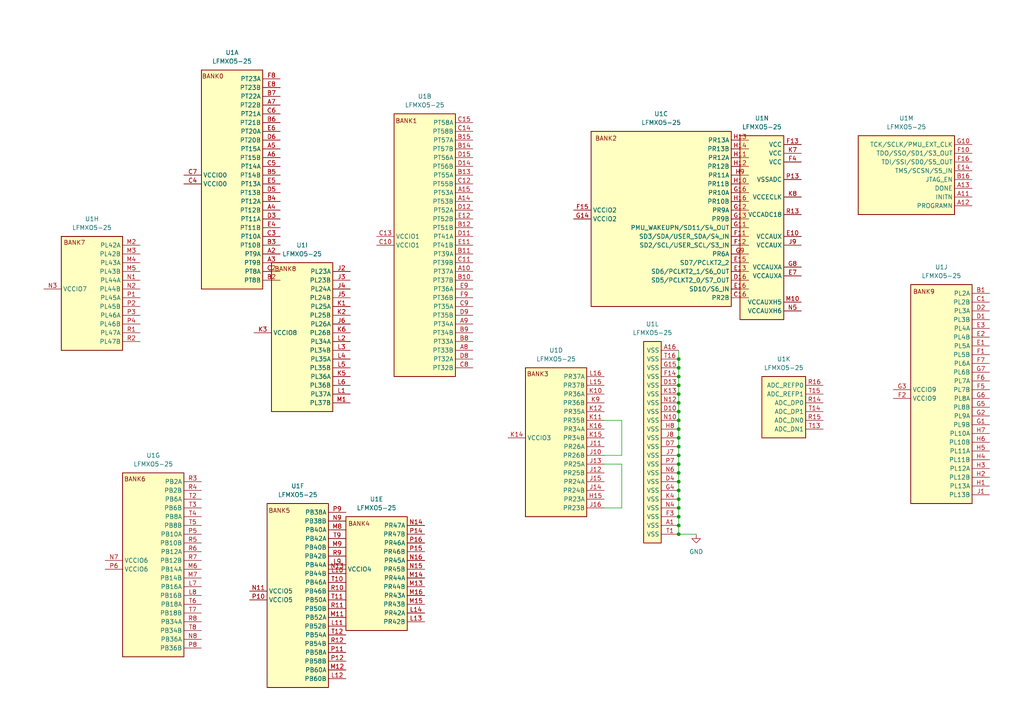
<source format=kicad_sch>
(kicad_sch (version 20231120) (generator "eeschema") (generator_version "8.0")
  (paper "A4")
  (lib_symbols
    (symbol "MachOX5_NX_25:LFMXO5-25"
      (property "Reference" "U" (at 5.08 6.35 0))
      (property "Value" "LFMXO5-25" (at 5.08 3.81 0))
      (symbol "LFMXO5-25_1_1"
        (rectangle (start 5.08 2.54) (end 22.86 -60.96) (stroke (width 0.254)) (fill (type background)))
        (text "BANK0" (at 8.382 0.762 0) (effects (font (size 1.27 1.27))))
        (pin bidirectional line (at 27.94 -50.8 180) (length 5.08) (name "PT9A") (number "A2"))
        (pin bidirectional line (at 27.94 -53.34 180) (length 5.08) (name "PT9B") (number "A3"))
        (pin bidirectional line (at 27.94 -38.1 180) (length 5.08) (name "PT12B") (number "A4"))
        (pin bidirectional line (at 27.94 -20.32 180) (length 5.08) (name "PT15A") (number "A5"))
        (pin bidirectional line (at 27.94 -22.86 180) (length 5.08) (name "PT15B") (number "A6"))
        (pin bidirectional line (at 27.94 -7.62 180) (length 5.08) (name "PT22B") (number "A7"))
        (pin bidirectional line (at 27.94 -58.42 180) (length 5.08) (name "PT8B") (number "B2"))
        (pin bidirectional line (at 27.94 -48.26 180) (length 5.08) (name "PT10B") (number "B3"))
        (pin bidirectional line (at 27.94 -35.56 180) (length 5.08) (name "PT12A") (number "B4"))
        (pin bidirectional line (at 27.94 -27.94 180) (length 5.08) (name "PT14B") (number "B5"))
        (pin bidirectional line (at 27.94 -12.7 180) (length 5.08) (name "PT21B") (number "B6"))
        (pin bidirectional line (at 27.94 -5.08 180) (length 5.08) (name "PT22A") (number "B7"))
        (pin bidirectional line (at 27.94 -55.88 180) (length 5.08) (name "PT8A") (number "C2"))
        (pin bidirectional line (at 27.94 -45.72 180) (length 5.08) (name "PT10A") (number "C3"))
        (pin bidirectional line (at 0 -30.48 0) (length 5.08) (name "VCCIO0") (number "C4"))
        (pin bidirectional line (at 27.94 -25.4 180) (length 5.08) (name "PT14A") (number "C5"))
        (pin bidirectional line (at 27.94 -10.16 180) (length 5.08) (name "PT21A") (number "C6"))
        (pin bidirectional line (at 0 -27.94 0) (length 5.08) (name "VCCIO0") (number "C7"))
        (pin bidirectional line (at 27.94 -40.64 180) (length 5.08) (name "PT11A") (number "D3"))
        (pin bidirectional line (at 27.94 -33.02 180) (length 5.08) (name "PT13B") (number "D5"))
        (pin bidirectional line (at 27.94 -17.78 180) (length 5.08) (name "PT20B") (number "D6"))
        (pin bidirectional line (at 27.94 -43.18 180) (length 5.08) (name "PT11B") (number "E4"))
        (pin bidirectional line (at 27.94 -30.48 180) (length 5.08) (name "PT13A") (number "E5"))
        (pin bidirectional line (at 27.94 -15.24 180) (length 5.08) (name "PT20A") (number "E6"))
        (pin bidirectional line (at 27.94 -2.54 180) (length 5.08) (name "PT23B") (number "E8"))
        (pin bidirectional line (at 27.94 0 180) (length 5.08) (name "PT23A") (number "F8"))
      )
      (symbol "LFMXO5-25_2_1"
        (rectangle (start 5.08 2.54) (end 22.86 -73.66) (stroke (width 0.254)) (fill (type background)))
        (text "BANK1" (at 8.636 0.508 0) (effects (font (size 1.27 1.27))))
        (pin bidirectional line (at 27.94 -43.18 180) (length 5.08) (name "PT37A") (number "A10"))
        (pin bidirectional line (at 27.94 -22.86 180) (length 5.08) (name "PT53B") (number "A14"))
        (pin bidirectional line (at 27.94 -20.32 180) (length 5.08) (name "PT53A") (number "A15"))
        (pin bidirectional line (at 27.94 -66.04 180) (length 5.08) (name "PT33B") (number "A8"))
        (pin bidirectional line (at 27.94 -58.42 180) (length 5.08) (name "PT34A") (number "A9"))
        (pin bidirectional line (at 27.94 -45.72 180) (length 5.08) (name "PT37B") (number "B10"))
        (pin bidirectional line (at 27.94 -38.1 180) (length 5.08) (name "PT39A") (number "B11"))
        (pin bidirectional line (at 27.94 -30.48 180) (length 5.08) (name "PT51B") (number "B12"))
        (pin bidirectional line (at 27.94 -15.24 180) (length 5.08) (name "PT55A") (number "B13"))
        (pin bidirectional line (at 27.94 -7.62 180) (length 5.08) (name "PT57B") (number "B14"))
        (pin bidirectional line (at 27.94 -5.08 180) (length 5.08) (name "PT57A") (number "B15"))
        (pin bidirectional line (at 27.94 -63.5 180) (length 5.08) (name "PT33A") (number "B8"))
        (pin bidirectional line (at 27.94 -60.96 180) (length 5.08) (name "PT34B") (number "B9"))
        (pin bidirectional line (at 0 -35.56 0) (length 5.08) (name "VCCIO1") (number "C10"))
        (pin bidirectional line (at 27.94 -40.64 180) (length 5.08) (name "PT39B") (number "C11"))
        (pin bidirectional line (at 27.94 -17.78 180) (length 5.08) (name "PT55B") (number "C12"))
        (pin bidirectional line (at 0 -33.02 0) (length 5.08) (name "VCCIO1") (number "C13"))
        (pin bidirectional line (at 27.94 -2.54 180) (length 5.08) (name "PT58B") (number "C14"))
        (pin bidirectional line (at 27.94 0 180) (length 5.08) (name "PT58A") (number "C15"))
        (pin bidirectional line (at 27.94 -71.12 180) (length 5.08) (name "PT32B") (number "C8"))
        (pin bidirectional line (at 27.94 -53.34 180) (length 5.08) (name "PT35A") (number "C9"))
        (pin bidirectional line (at 27.94 -33.02 180) (length 5.08) (name "PT41A") (number "D11"))
        (pin bidirectional line (at 27.94 -25.4 180) (length 5.08) (name "PT52A") (number "D12"))
        (pin bidirectional line (at 27.94 -12.7 180) (length 5.08) (name "PT56B") (number "D14"))
        (pin bidirectional line (at 27.94 -10.16 180) (length 5.08) (name "PT56A") (number "D15"))
        (pin bidirectional line (at 27.94 -68.58 180) (length 5.08) (name "PT32A") (number "D8"))
        (pin bidirectional line (at 27.94 -55.88 180) (length 5.08) (name "PT35B") (number "D9"))
        (pin bidirectional line (at 27.94 -35.56 180) (length 5.08) (name "PT41B") (number "E11"))
        (pin bidirectional line (at 27.94 -27.94 180) (length 5.08) (name "PT52B") (number "E12"))
        (pin bidirectional line (at 27.94 -48.26 180) (length 5.08) (name "PT36A") (number "E9"))
        (pin bidirectional line (at 27.94 -50.8 180) (length 5.08) (name "PT36B") (number "F9"))
      )
      (symbol "LFMXO5-25_3_1"
        (rectangle (start 5.08 2.54) (end 45.72 -48.26) (stroke (width 0.254)) (fill (type background)))
        (text "BANK2" (at 9.398 0.508 0) (effects (font (size 1.27 1.27))))
        (pin bidirectional line (at 50.8 -45.72 180) (length 5.08) (name "PR2B") (number "C16"))
        (pin bidirectional line (at 50.8 -40.64 180) (length 5.08) (name "SD5/PCLKT2_0/S7_OUT") (number "D16"))
        (pin bidirectional line (at 50.8 -38.1 180) (length 5.08) (name "SD6/PCLKT2_1/S6_OUT") (number "E13"))
        (pin bidirectional line (at 50.8 -35.56 180) (length 5.08) (name "SD7/PCLKT2_2") (number "E15"))
        (pin bidirectional line (at 50.8 -43.18 180) (length 5.08) (name "SD10/S6_IN") (number "E16"))
        (pin bidirectional line (at 50.8 -27.94 180) (length 5.08) (name "SD3/SDA/USER_SDA/S4_IN") (number "F11"))
        (pin bidirectional line (at 50.8 -30.48 180) (length 5.08) (name "SD2/SCL/USER_SCL/S3_IN") (number "F12"))
        (pin bidirectional line (at 0 -20.32 0) (length 5.08) (name "VCCIO2") (number "F15"))
        (pin bidirectional line (at 50.8 -25.4 180) (length 5.08) (name "PMU_WAKEUPN/SD11/S4_OUT") (number "G11"))
        (pin bidirectional line (at 50.8 -20.32 180) (length 5.08) (name "PR9A") (number "G12"))
        (pin bidirectional line (at 50.8 -22.86 180) (length 5.08) (name "PR9B") (number "G13"))
        (pin bidirectional line (at 0 -22.86 0) (length 5.08) (name "VCCIO2") (number "G14"))
        (pin bidirectional line (at 50.8 -15.24 180) (length 5.08) (name "PR10A") (number "G16"))
        (pin bidirectional line (at 50.8 -33.02 180) (length 5.08) (name "PR6A") (number "G9"))
        (pin bidirectional line (at 50.8 -12.7 180) (length 5.08) (name "PR11B") (number "H10"))
        (pin bidirectional line (at 50.8 -5.08 180) (length 5.08) (name "PR12A") (number "H11"))
        (pin bidirectional line (at 50.8 -7.62 180) (length 5.08) (name "PR12B") (number "H12"))
        (pin bidirectional line (at 50.8 0 180) (length 5.08) (name "PR13A") (number "H13"))
        (pin bidirectional line (at 50.8 -2.54 180) (length 5.08) (name "PR13B") (number "H14"))
        (pin bidirectional line (at 50.8 -17.78 180) (length 5.08) (name "PR10B") (number "H16"))
        (pin bidirectional line (at 50.8 -10.16 180) (length 5.08) (name "PR11A") (number "H9"))
      )
      (symbol "LFMXO5-25_4_1"
        (rectangle (start 5.08 2.54) (end 22.86 -40.64) (stroke (width 0.254)) (fill (type background)))
        (text "BANK3" (at 8.636 0.762 0) (effects (font (size 1.27 1.27))))
        (pin bidirectional line (at 27.94 -35.56 180) (length 5.08) (name "PR23A") (number "H15"))
        (pin bidirectional line (at 27.94 -22.86 180) (length 5.08) (name "PR26B") (number "J10"))
        (pin bidirectional line (at 27.94 -20.32 180) (length 5.08) (name "PR26A") (number "J11"))
        (pin bidirectional line (at 27.94 -27.94 180) (length 5.08) (name "PR25B") (number "J12"))
        (pin bidirectional line (at 27.94 -25.4 180) (length 5.08) (name "PR25A") (number "J13"))
        (pin bidirectional line (at 27.94 -33.02 180) (length 5.08) (name "PR24B") (number "J14"))
        (pin bidirectional line (at 27.94 -30.48 180) (length 5.08) (name "PR24A") (number "J15"))
        (pin bidirectional line (at 27.94 -38.1 180) (length 5.08) (name "PR23B") (number "J16"))
        (pin bidirectional line (at 27.94 -5.08 180) (length 5.08) (name "PR36A") (number "K10"))
        (pin bidirectional line (at 27.94 -12.7 180) (length 5.08) (name "PR35B") (number "K11"))
        (pin bidirectional line (at 27.94 -10.16 180) (length 5.08) (name "PR35A") (number "K12"))
        (pin bidirectional line (at 0 -17.78 0) (length 5.08) (name "VCCIO3") (number "K14"))
        (pin bidirectional line (at 27.94 -17.78 180) (length 5.08) (name "PR34B") (number "K15"))
        (pin bidirectional line (at 27.94 -15.24 180) (length 5.08) (name "PR34A") (number "K16"))
        (pin bidirectional line (at 27.94 -7.62 180) (length 5.08) (name "PR36B") (number "K9"))
        (pin bidirectional line (at 27.94 -2.54 180) (length 5.08) (name "PR37B") (number "L15"))
        (pin bidirectional line (at 27.94 0 180) (length 5.08) (name "PR37A") (number "L16"))
      )
      (symbol "LFMXO5-25_5_1"
        (rectangle (start 5.08 2.54) (end 22.86 -30.48) (stroke (width 0.254)) (fill (type background)))
        (text "BANK4" (at 8.89 0.508 0) (effects (font (size 1.27 1.27))))
        (pin bidirectional line (at 27.94 -27.94 180) (length 5.08) (name "PR42B") (number "L13"))
        (pin bidirectional line (at 27.94 -25.4 180) (length 5.08) (name "PR42A") (number "L14"))
        (pin bidirectional line (at 27.94 -17.78 180) (length 5.08) (name "PR44B") (number "M13"))
        (pin bidirectional line (at 27.94 -15.24 180) (length 5.08) (name "PR44A") (number "M14"))
        (pin bidirectional line (at 27.94 -22.86 180) (length 5.08) (name "PR43B") (number "M15"))
        (pin bidirectional line (at 27.94 -20.32 180) (length 5.08) (name "PR43A") (number "M16"))
        (pin bidirectional line (at 0 -12.7 0) (length 5.08) (name "VCCIO4") (number "N13"))
        (pin bidirectional line (at 27.94 0 180) (length 5.08) (name "PR47A") (number "N14"))
        (pin bidirectional line (at 27.94 -12.7 180) (length 5.08) (name "PR45B") (number "N15"))
        (pin bidirectional line (at 27.94 -10.16 180) (length 5.08) (name "PR45A") (number "N16"))
        (pin bidirectional line (at 27.94 -2.54 180) (length 5.08) (name "PR47B") (number "P14"))
        (pin bidirectional line (at 27.94 -7.62 180) (length 5.08) (name "PR46B") (number "P15"))
        (pin bidirectional line (at 27.94 -5.08 180) (length 5.08) (name "PR46A") (number "P16"))
      )
      (symbol "LFMXO5-25_6_1"
        (rectangle (start 5.08 2.54) (end 22.86 -50.8) (stroke (width 0.254)) (fill (type background)))
        (text "BANK5" (at 8.636 0.508 0) (effects (font (size 1.27 1.27))))
        (pin bidirectional line (at 27.94 -17.78 180) (length 5.08) (name "PB44B") (number "L10"))
        (pin bidirectional line (at 27.94 -33.02 180) (length 5.08) (name "PB52B") (number "L11"))
        (pin bidirectional line (at 27.94 -48.26 180) (length 5.08) (name "PB60B") (number "L12"))
        (pin bidirectional line (at 27.94 -15.24 180) (length 5.08) (name "PB44A") (number "L9"))
        (pin bidirectional line (at 27.94 -30.48 180) (length 5.08) (name "PB52A") (number "M11"))
        (pin bidirectional line (at 27.94 -45.72 180) (length 5.08) (name "PB60A") (number "M12"))
        (pin bidirectional line (at 27.94 -5.08 180) (length 5.08) (name "PB40A") (number "M8"))
        (pin bidirectional line (at 27.94 -10.16 180) (length 5.08) (name "PB40B") (number "M9"))
        (pin bidirectional line (at 0 -22.86 0) (length 5.08) (name "VCCIO5") (number "N11"))
        (pin bidirectional line (at 27.94 -2.54 180) (length 5.08) (name "PB38B") (number "N9"))
        (pin bidirectional line (at 0 -25.4 0) (length 5.08) (name "VCCIO5") (number "P10"))
        (pin bidirectional line (at 27.94 -40.64 180) (length 5.08) (name "PB58A") (number "P11"))
        (pin bidirectional line (at 27.94 -43.18 180) (length 5.08) (name "PB58B") (number "P12"))
        (pin bidirectional line (at 27.94 0 180) (length 5.08) (name "PB38A") (number "P9"))
        (pin bidirectional line (at 27.94 -22.86 180) (length 5.08) (name "PB46B") (number "R10"))
        (pin bidirectional line (at 27.94 -27.94 180) (length 5.08) (name "PB50B") (number "R11"))
        (pin bidirectional line (at 27.94 -38.1 180) (length 5.08) (name "PB54B") (number "R12"))
        (pin bidirectional line (at 27.94 -12.7 180) (length 5.08) (name "PB42B") (number "R9"))
        (pin bidirectional line (at 27.94 -20.32 180) (length 5.08) (name "PB46A") (number "T10"))
        (pin bidirectional line (at 27.94 -25.4 180) (length 5.08) (name "PB50A") (number "T11"))
        (pin bidirectional line (at 27.94 -35.56 180) (length 5.08) (name "PB54A") (number "T12"))
        (pin bidirectional line (at 27.94 -7.62 180) (length 5.08) (name "PB42A") (number "T9"))
      )
      (symbol "LFMXO5-25_7_1"
        (rectangle (start 5.08 2.54) (end 22.86 -50.8) (stroke (width 0.254)) (fill (type background)))
        (text "BANK6" (at 8.636 0.762 0) (effects (font (size 1.27 1.27))))
        (pin bidirectional line (at 27.94 -30.48 180) (length 5.08) (name "PB16A") (number "L7"))
        (pin bidirectional line (at 27.94 -33.02 180) (length 5.08) (name "PB16B") (number "L8"))
        (pin bidirectional line (at 27.94 -25.4 180) (length 5.08) (name "PB14A") (number "M6"))
        (pin bidirectional line (at 27.94 -27.94 180) (length 5.08) (name "PB14B") (number "M7"))
        (pin bidirectional line (at 0 -22.86 0) (length 5.08) (name "VCCIO6") (number "N7"))
        (pin bidirectional line (at 27.94 -45.72 180) (length 5.08) (name "PB36A") (number "N8"))
        (pin bidirectional line (at 27.94 -15.24 180) (length 5.08) (name "PB10A") (number "P5"))
        (pin bidirectional line (at 0 -25.4 0) (length 5.08) (name "VCCIO6") (number "P6"))
        (pin bidirectional line (at 27.94 -48.26 180) (length 5.08) (name "PB36B") (number "P8"))
        (pin bidirectional line (at 27.94 0 180) (length 5.08) (name "PB2A") (number "R3"))
        (pin bidirectional line (at 27.94 -2.54 180) (length 5.08) (name "PB2B") (number "R4"))
        (pin bidirectional line (at 27.94 -17.78 180) (length 5.08) (name "PB10B") (number "R5"))
        (pin bidirectional line (at 27.94 -20.32 180) (length 5.08) (name "PB12A") (number "R6"))
        (pin bidirectional line (at 27.94 -22.86 180) (length 5.08) (name "PB12B") (number "R7"))
        (pin bidirectional line (at 27.94 -40.64 180) (length 5.08) (name "PB34A") (number "R8"))
        (pin bidirectional line (at 27.94 -5.08 180) (length 5.08) (name "PB6A") (number "T2"))
        (pin bidirectional line (at 27.94 -7.62 180) (length 5.08) (name "PB6B") (number "T3"))
        (pin bidirectional line (at 27.94 -10.16 180) (length 5.08) (name "PB8A") (number "T4"))
        (pin bidirectional line (at 27.94 -12.7 180) (length 5.08) (name "PB8B") (number "T5"))
        (pin bidirectional line (at 27.94 -35.56 180) (length 5.08) (name "PB18A") (number "T6"))
        (pin bidirectional line (at 27.94 -38.1 180) (length 5.08) (name "PB18B") (number "T7"))
        (pin bidirectional line (at 27.94 -43.18 180) (length 5.08) (name "PB34B") (number "T8"))
      )
      (symbol "LFMXO5-25_8_1"
        (rectangle (start 5.08 2.54) (end 22.86 -30.48) (stroke (width 0.254)) (fill (type background)))
        (text "BANK7" (at 8.89 0.762 0) (effects (font (size 1.27 1.27))))
        (pin bidirectional line (at 27.94 0 180) (length 5.08) (name "PL42A") (number "M2"))
        (pin bidirectional line (at 27.94 -2.54 180) (length 5.08) (name "PL42B") (number "M3"))
        (pin bidirectional line (at 27.94 -5.08 180) (length 5.08) (name "PL43A") (number "M4"))
        (pin bidirectional line (at 27.94 -7.62 180) (length 5.08) (name "PL43B") (number "M5"))
        (pin bidirectional line (at 27.94 -10.16 180) (length 5.08) (name "PL44A") (number "N1"))
        (pin bidirectional line (at 27.94 -12.7 180) (length 5.08) (name "PL44B") (number "N2"))
        (pin bidirectional line (at 0 -12.7 0) (length 5.08) (name "VCCIO7") (number "N3"))
        (pin bidirectional line (at 27.94 -15.24 180) (length 5.08) (name "PL45A") (number "P1"))
        (pin bidirectional line (at 27.94 -17.78 180) (length 5.08) (name "PL45B") (number "P2"))
        (pin bidirectional line (at 27.94 -20.32 180) (length 5.08) (name "PL46A") (number "P3"))
        (pin bidirectional line (at 27.94 -22.86 180) (length 5.08) (name "PL46B") (number "P4"))
        (pin bidirectional line (at 27.94 -25.4 180) (length 5.08) (name "PL47A") (number "R1"))
        (pin bidirectional line (at 27.94 -27.94 180) (length 5.08) (name "PL47B") (number "R2"))
      )
      (symbol "LFMXO5-25_9_1"
        (rectangle (start 5.08 2.54) (end 22.86 -40.64) (stroke (width 0.254)) (fill (type background)))
        (text "BANK8" (at 9.144 0.762 0) (effects (font (size 1.27 1.27))))
        (pin bidirectional line (at 27.94 0 180) (length 5.08) (name "PL23A") (number "J2"))
        (pin bidirectional line (at 27.94 -2.54 180) (length 5.08) (name "PL23B") (number "J3"))
        (pin bidirectional line (at 27.94 -5.08 180) (length 5.08) (name "PL24A") (number "J4"))
        (pin bidirectional line (at 27.94 -7.62 180) (length 5.08) (name "PL24B") (number "J5"))
        (pin bidirectional line (at 27.94 -15.24 180) (length 5.08) (name "PL26A") (number "J6"))
        (pin bidirectional line (at 27.94 -10.16 180) (length 5.08) (name "PL25A") (number "K1"))
        (pin bidirectional line (at 27.94 -12.7 180) (length 5.08) (name "PL25B") (number "K2"))
        (pin bidirectional line (at 0 -17.78 0) (length 5.08) (name "VCCIO8") (number "K3"))
        (pin bidirectional line (at 27.94 -30.48 180) (length 5.08) (name "PL36A") (number "K5"))
        (pin bidirectional line (at 27.94 -17.78 180) (length 5.08) (name "PL26B") (number "K6"))
        (pin bidirectional line (at 27.94 -35.56 180) (length 5.08) (name "PL37A") (number "L1"))
        (pin bidirectional line (at 27.94 -20.32 180) (length 5.08) (name "PL34A") (number "L2"))
        (pin bidirectional line (at 27.94 -22.86 180) (length 5.08) (name "PL34B") (number "L3"))
        (pin bidirectional line (at 27.94 -25.4 180) (length 5.08) (name "PL35A") (number "L4"))
        (pin bidirectional line (at 27.94 -27.94 180) (length 5.08) (name "PL35B") (number "L5"))
        (pin bidirectional line (at 27.94 -33.02 180) (length 5.08) (name "PL36B") (number "L6"))
        (pin bidirectional line (at 27.94 -38.1 180) (length 5.08) (name "PL37B") (number "M1"))
      )
      (symbol "LFMXO5-25_10_1"
        (rectangle (start 5.08 2.54) (end 22.86 -60.96) (stroke (width 0.254)) (fill (type background)))
        (text "BANK9" (at 8.89 0.508 0) (effects (font (size 1.27 1.27))))
        (pin bidirectional line (at 27.94 0 180) (length 5.08) (name "PL2A") (number "B1"))
        (pin bidirectional line (at 27.94 -2.54 180) (length 5.08) (name "PL2B") (number "C1"))
        (pin bidirectional line (at 27.94 -7.62 180) (length 5.08) (name "PL3B") (number "D1"))
        (pin bidirectional line (at 27.94 -5.08 180) (length 5.08) (name "PL3A") (number "D2"))
        (pin bidirectional line (at 27.94 -15.24 180) (length 5.08) (name "PL5A") (number "E1"))
        (pin bidirectional line (at 27.94 -12.7 180) (length 5.08) (name "PL4B") (number "E2"))
        (pin bidirectional line (at 27.94 -10.16 180) (length 5.08) (name "PL4A") (number "E3"))
        (pin bidirectional line (at 27.94 -17.78 180) (length 5.08) (name "PL5B") (number "F1"))
        (pin bidirectional line (at 0 -30.48 0) (length 5.08) (name "VCCIO9") (number "F2"))
        (pin bidirectional line (at 27.94 -27.94 180) (length 5.08) (name "PL7B") (number "F5"))
        (pin bidirectional line (at 27.94 -25.4 180) (length 5.08) (name "PL7A") (number "F6"))
        (pin bidirectional line (at 27.94 -20.32 180) (length 5.08) (name "PL6A") (number "F7"))
        (pin bidirectional line (at 27.94 -38.1 180) (length 5.08) (name "PL9B") (number "G1"))
        (pin bidirectional line (at 27.94 -35.56 180) (length 5.08) (name "PL9A") (number "G2"))
        (pin bidirectional line (at 0 -27.94 0) (length 5.08) (name "VCCIO9") (number "G3"))
        (pin bidirectional line (at 27.94 -33.02 180) (length 5.08) (name "PL8B") (number "G5"))
        (pin bidirectional line (at 27.94 -30.48 180) (length 5.08) (name "PL8A") (number "G6"))
        (pin bidirectional line (at 27.94 -22.86 180) (length 5.08) (name "PL6B") (number "G7"))
        (pin bidirectional line (at 27.94 -55.88 180) (length 5.08) (name "PL13A") (number "H1"))
        (pin bidirectional line (at 27.94 -53.34 180) (length 5.08) (name "PL12B") (number "H2"))
        (pin bidirectional line (at 27.94 -50.8 180) (length 5.08) (name "PL12A") (number "H3"))
        (pin bidirectional line (at 27.94 -48.26 180) (length 5.08) (name "PL11B") (number "H4"))
        (pin bidirectional line (at 27.94 -45.72 180) (length 5.08) (name "PL11A") (number "H5"))
        (pin bidirectional line (at 27.94 -43.18 180) (length 5.08) (name "PL10B") (number "H6"))
        (pin bidirectional line (at 27.94 -40.64 180) (length 5.08) (name "PL10A") (number "H7"))
        (pin bidirectional line (at 27.94 -58.42 180) (length 5.08) (name "PL13B") (number "J1"))
      )
      (symbol "LFMXO5-25_11_1"
        (rectangle (start 5.08 2.54) (end 17.78 -15.24) (stroke (width 0.254)) (fill (type background)))
        (pin bidirectional line (at 22.86 -5.08 180) (length 5.08) (name "ADC_DP0") (number "R14"))
        (pin bidirectional line (at 22.86 -10.16 180) (length 5.08) (name "ADC_DN0") (number "R15"))
        (pin bidirectional line (at 22.86 0 180) (length 5.08) (name "ADC_REFP0") (number "R16"))
        (pin bidirectional line (at 22.86 -12.7 180) (length 5.08) (name "ADC_DN1") (number "T13"))
        (pin bidirectional line (at 22.86 -7.62 180) (length 5.08) (name "ADC_DP1") (number "T14"))
        (pin bidirectional line (at 22.86 -2.54 180) (length 5.08) (name "ADC_REFP1") (number "T15"))
      )
      (symbol "LFMXO5-25_12_1"
        (rectangle (start 5.08 2.54) (end 10.16 -55.88) (stroke (width 0.254)) (fill (type background)))
        (pin bidirectional line (at 15.24 -50.8 180) (length 5.08) (name "VSS") (number "A1"))
        (pin bidirectional line (at 15.24 0 180) (length 5.08) (name "VSS") (number "A16"))
        (pin bidirectional line (at 15.24 -17.78 180) (length 5.08) (name "VSS") (number "D10"))
        (pin bidirectional line (at 15.24 -10.16 180) (length 5.08) (name "VSS") (number "D13"))
        (pin bidirectional line (at 15.24 -38.1 180) (length 5.08) (name "VSS") (number "D4"))
        (pin bidirectional line (at 15.24 -27.94 180) (length 5.08) (name "VSS") (number "D7"))
        (pin bidirectional line (at 15.24 -7.62 180) (length 5.08) (name "VSS") (number "F14"))
        (pin bidirectional line (at 15.24 -48.26 180) (length 5.08) (name "VSS") (number "F3"))
        (pin bidirectional line (at 15.24 -5.08 180) (length 5.08) (name "VSS") (number "G15"))
        (pin bidirectional line (at 15.24 -40.64 180) (length 5.08) (name "VSS") (number "G4"))
        (pin bidirectional line (at 15.24 -22.86 180) (length 5.08) (name "VSS") (number "H8"))
        (pin bidirectional line (at 15.24 -30.48 180) (length 5.08) (name "VSS") (number "J7"))
        (pin bidirectional line (at 15.24 -25.4 180) (length 5.08) (name "VSS") (number "J8"))
        (pin bidirectional line (at 15.24 -12.7 180) (length 5.08) (name "VSS") (number "K13"))
        (pin bidirectional line (at 15.24 -43.18 180) (length 5.08) (name "VSS") (number "K4"))
        (pin bidirectional line (at 15.24 -20.32 180) (length 5.08) (name "VSS") (number "N10"))
        (pin bidirectional line (at 15.24 -15.24 180) (length 5.08) (name "VSS") (number "N12"))
        (pin bidirectional line (at 15.24 -45.72 180) (length 5.08) (name "VSS") (number "N4"))
        (pin bidirectional line (at 15.24 -35.56 180) (length 5.08) (name "VSS") (number "N6"))
        (pin bidirectional line (at 15.24 -33.02 180) (length 5.08) (name "VSS") (number "P7"))
        (pin bidirectional line (at 15.24 -53.34 180) (length 5.08) (name "VSS") (number "T1"))
        (pin bidirectional line (at 15.24 -2.54 180) (length 5.08) (name "VSS") (number "T16"))
      )
      (symbol "LFMXO5-25_13_1"
        (rectangle (start 5.08 2.54) (end 33.02 -20.32) (stroke (width 0.254)) (fill (type background)))
        (pin bidirectional line (at 38.1 -15.24 180) (length 5.08) (name "INITN") (number "A11"))
        (pin bidirectional line (at 38.1 -17.78 180) (length 5.08) (name "PROGRAMN") (number "A12"))
        (pin bidirectional line (at 38.1 -12.7 180) (length 5.08) (name "DONE") (number "A13"))
        (pin bidirectional line (at 38.1 -10.16 180) (length 5.08) (name "JTAG_EN") (number "B16"))
        (pin bidirectional line (at 38.1 -7.62 180) (length 5.08) (name "TMS/SCSN/S5_IN") (number "E14"))
        (pin bidirectional line (at 38.1 -2.54 180) (length 5.08) (name "TDO/SSO/SD1/S3_OUT") (number "F10"))
        (pin bidirectional line (at 38.1 -5.08 180) (length 5.08) (name "TDI/SSI/SD0/S5_OUT") (number "F16"))
        (pin bidirectional line (at 38.1 0 180) (length 5.08) (name "TCK/SCLK/PMU_EXT_CLK") (number "G10"))
      )
      (symbol "LFMXO5-25_14_1"
        (rectangle (start 5.08 2.54) (end 17.78 -50.8) (stroke (width 0.254)) (fill (type background)))
        (pin bidirectional line (at 22.86 -26.67 180) (length 5.08) (name "VCCAUX") (number "E10"))
        (pin bidirectional line (at 22.86 -38.1 180) (length 5.08) (name "VCCAUXA") (number "E7"))
        (pin bidirectional line (at 22.86 0 180) (length 5.08) (name "VCC") (number "F13"))
        (pin bidirectional line (at 22.86 -5.08 180) (length 5.08) (name "VCC") (number "F4"))
        (pin bidirectional line (at 22.86 -35.56 180) (length 5.08) (name "VCCAUXA") (number "G8"))
        (pin bidirectional line (at 22.86 -29.21 180) (length 5.08) (name "VCCAUX") (number "J9"))
        (pin bidirectional line (at 22.86 -2.54 180) (length 5.08) (name "VCC") (number "K7"))
        (pin bidirectional line (at 22.86 -15.24 180) (length 5.08) (name "VCCECLK") (number "K8"))
        (pin bidirectional line (at 22.86 -45.72 180) (length 5.08) (name "VCCAUXH5") (number "M10"))
        (pin bidirectional line (at 22.86 -48.26 180) (length 5.08) (name "VCCAUXH6") (number "N5"))
        (pin bidirectional line (at 22.86 -10.16 180) (length 5.08) (name "VSSADC") (number "P13"))
        (pin bidirectional line (at 22.86 -20.32 180) (length 5.08) (name "VCCADC18") (number "R13"))
      )
    )
    (symbol "power:GND" (power) (pin_numbers hide) (pin_names (offset 0) hide)
      (property "Value" "GND" (at 0 -3.81 0))
      (symbol "GND_0_1"
        (polyline (pts (xy 0 0) (xy 0 -1.27) (xy 1.27 -1.27) (xy 0 -2.54) (xy -1.27 -1.27) (xy 0 -1.27)))
      )
      (symbol "GND_1_1"
        (pin power_in line (at 0 0 270) (length 0) (name "~") (number "1"))
      )
    )
  )
  (junction (at 196.85 142.24))
  (junction (at 196.85 129.54))
  (junction (at 196.85 152.4))
  (junction (at 196.85 132.08))
  (junction (at 196.85 127))
  (junction (at 196.85 124.46))
  (junction (at 196.85 114.3))
  (junction (at 196.85 149.86))
  (junction (at 196.85 147.32))
  (junction (at 196.85 144.78))
  (junction (at 196.85 104.14))
  (junction (at 196.85 154.94))
  (junction (at 196.85 139.7))
  (junction (at 196.85 134.62))
  (junction (at 196.85 109.22))
  (junction (at 196.85 121.92))
  (junction (at 196.85 119.38))
  (junction (at 196.85 116.84))
  (junction (at 196.85 106.68))
  (junction (at 196.85 137.16))
  (junction (at 196.85 111.76))
  (wire (pts (xy 196.85 154.94) (xy 201.93 154.94)))
  (wire (pts (xy 196.85 114.3) (xy 196.85 116.84)))
  (wire (pts (xy 180.34 147.32) (xy 180.34 134.62)))
  (wire (pts (xy 196.85 129.54) (xy 196.85 132.08)))
  (wire (pts (xy 196.85 101.6) (xy 196.85 104.14)))
  (wire (pts (xy 196.85 119.38) (xy 196.85 121.92)))
  (wire (pts (xy 196.85 147.32) (xy 196.85 149.86)))
  (wire (pts (xy 196.85 124.46) (xy 196.85 127)))
  (wire (pts (xy 196.85 106.68) (xy 196.85 109.22)))
  (wire (pts (xy 196.85 121.92) (xy 196.85 124.46)))
  (wire (pts (xy 196.85 104.14) (xy 196.85 106.68)))
  (wire (pts (xy 175.26 134.62) (xy 180.34 134.62)))
  (wire (pts (xy 196.85 139.7) (xy 196.85 142.24)))
  (wire (pts (xy 196.85 127) (xy 196.85 129.54)))
  (wire (pts (xy 196.85 111.76) (xy 196.85 114.3)))
  (wire (pts (xy 175.26 147.32) (xy 180.34 147.32)))
  (wire (pts (xy 196.85 132.08) (xy 196.85 134.62)))
  (wire (pts (xy 175.26 121.92) (xy 180.34 121.92)))
  (wire (pts (xy 196.85 144.78) (xy 196.85 147.32)))
  (wire (pts (xy 196.85 134.62) (xy 196.85 137.16)))
  (wire (pts (xy 196.85 152.4) (xy 196.85 154.94)))
  (wire (pts (xy 175.26 132.08) (xy 180.34 132.08)))
  (wire (pts (xy 196.85 116.84) (xy 196.85 119.38)))
  (wire (pts (xy 180.34 132.08) (xy 180.34 121.92)))
  (wire (pts (xy 196.85 149.86) (xy 196.85 152.4)))
  (wire (pts (xy 196.85 137.16) (xy 196.85 139.7)))
  (wire (pts (xy 196.85 109.22) (xy 196.85 111.76)))
  (wire (pts (xy 196.85 142.24) (xy 196.85 144.78)))
  (symbol (lib_id "power:GND") (at 201.93 154.94 0) (unit 1)
    (property "Reference" "#PWR01" (effects (hide yes)))
    (property "Value" "GND" (at 201.93 160.02 0))
    (property "Description" "Power symbol creates a global label with name \"GND\" , ground" (effects (hide yes)))
  )
  (symbol (lib_id "MachOX5_NX_25:LFMXO5-25") (at 215.9 111.76 0) (unit 11)
    (property "Reference" "U1" (at 227.33 104.14 0))
    (property "Value" "LFMXO5-25" (at 227.33 106.68 0))
    (property "Footprint" "Package_BGA:BGA-256_14.0x14.0mm_Layout16x16_P0.8mm_Ball0.45mm_Pad0.32mm_NSMD" (effects (hide yes)))
  )
  (symbol (lib_id "MachOX5_NX_25:LFMXO5-25") (at 73.66 78.74 0) (unit 9)
    (property "Reference" "U1" (at 87.63 71.12 0))
    (property "Value" "LFMXO5-25" (at 87.63 73.66 0))
    (property "Footprint" "Package_BGA:BGA-256_14.0x14.0mm_Layout16x16_P0.8mm_Ball0.45mm_Pad0.32mm_NSMD" (effects (hide yes)))
  )
  (symbol (lib_id "MachOX5_NX_25:LFMXO5-25") (at 181.61 101.6 0) (unit 12)
    (property "Reference" "U1" (at 189.23 93.98 0))
    (property "Value" "LFMXO5-25" (at 189.23 96.52 0))
    (property "Footprint" "Package_BGA:BGA-256_14.0x14.0mm_Layout16x16_P0.8mm_Ball0.45mm_Pad0.32mm_NSMD" (effects (hide yes)))
  )
  (symbol (lib_id "MachOX5_NX_25:LFMXO5-25") (at 72.39 148.59 0) (unit 6)
    (property "Reference" "U1" (at 86.36 140.97 0))
    (property "Value" "LFMXO5-25" (at 86.36 143.51 0))
    (property "Footprint" "Package_BGA:BGA-256_14.0x14.0mm_Layout16x16_P0.8mm_Ball0.45mm_Pad0.32mm_NSMD" (effects (hide yes)))
  )
  (symbol (lib_id "MachOX5_NX_25:LFMXO5-25") (at 243.84 41.91 0) (unit 13)
    (property "Reference" "U1" (at 262.89 34.29 0))
    (property "Value" "LFMXO5-25" (at 262.89 36.83 0))
    (property "Footprint" "Package_BGA:BGA-256_14.0x14.0mm_Layout16x16_P0.8mm_Ball0.45mm_Pad0.32mm_NSMD" (effects (hide yes)))
  )
  (symbol (lib_id "MachOX5_NX_25:LFMXO5-25") (at 12.7 71.12 0) (unit 8)
    (property "Reference" "U1" (at 26.67 63.5 0))
    (property "Value" "LFMXO5-25" (at 26.67 66.04 0))
    (property "Footprint" "Package_BGA:BGA-256_14.0x14.0mm_Layout16x16_P0.8mm_Ball0.45mm_Pad0.32mm_NSMD" (effects (hide yes)))
  )
  (symbol (lib_id "MachOX5_NX_25:LFMXO5-25") (at 109.22 35.56 0) (unit 2)
    (property "Reference" "U1" (at 123.19 27.94 0))
    (property "Value" "LFMXO5-25" (at 123.19 30.48 0))
    (property "Footprint" "Package_BGA:BGA-256_14.0x14.0mm_Layout16x16_P0.8mm_Ball0.45mm_Pad0.32mm_NSMD" (effects (hide yes)))
  )
  (symbol (lib_id "MachOX5_NX_25:LFMXO5-25") (at 166.37 40.64 0) (unit 3)
    (property "Reference" "U1" (at 191.77 33.02 0))
    (property "Value" "LFMXO5-25" (at 191.77 35.56 0))
    (property "Footprint" "Package_BGA:BGA-256_14.0x14.0mm_Layout16x16_P0.8mm_Ball0.45mm_Pad0.32mm_NSMD" (effects (hide yes)))
  )
  (symbol (lib_id "MachOX5_NX_25:LFMXO5-25") (at 53.34 22.86 0) (unit 1)
    (property "Reference" "U1" (at 67.31 15.24 0))
    (property "Value" "LFMXO5-25" (at 67.31 17.78 0))
    (property "Footprint" "Package_BGA:BGA-256_14.0x14.0mm_Layout16x16_P0.8mm_Ball0.45mm_Pad0.32mm_NSMD" (effects (hide yes)))
  )
  (symbol (lib_id "MachOX5_NX_25:LFMXO5-25") (at 147.32 109.22 0) (unit 4)
    (property "Reference" "U1" (at 161.29 101.6 0))
    (property "Value" "LFMXO5-25" (at 161.29 104.14 0))
    (property "Footprint" "Package_BGA:BGA-256_14.0x14.0mm_Layout16x16_P0.8mm_Ball0.45mm_Pad0.32mm_NSMD" (effects (hide yes)))
  )
  (symbol (lib_id "MachOX5_NX_25:LFMXO5-25") (at 30.48 139.7 0) (unit 7)
    (property "Reference" "U1" (at 44.45 132.08 0))
    (property "Value" "LFMXO5-25" (at 44.45 134.62 0))
    (property "Footprint" "Package_BGA:BGA-256_14.0x14.0mm_Layout16x16_P0.8mm_Ball0.45mm_Pad0.32mm_NSMD" (effects (hide yes)))
  )
  (symbol (lib_id "MachOX5_NX_25:LFMXO5-25") (at 95.25 152.4 0) (unit 5)
    (property "Reference" "U1" (at 109.22 144.78 0))
    (property "Value" "LFMXO5-25" (at 109.22 147.32 0))
    (property "Footprint" "Package_BGA:BGA-256_14.0x14.0mm_Layout16x16_P0.8mm_Ball0.45mm_Pad0.32mm_NSMD" (effects (hide yes)))
  )
  (symbol (lib_id "MachOX5_NX_25:LFMXO5-25") (at 209.55 41.91 0) (unit 14)
    (property "Reference" "U1" (at 220.98 34.29 0))
    (property "Value" "LFMXO5-25" (at 220.98 36.83 0))
    (property "Footprint" "Package_BGA:BGA-256_14.0x14.0mm_Layout16x16_P0.8mm_Ball0.45mm_Pad0.32mm_NSMD" (effects (hide yes)))
  )
  (symbol (lib_id "MachOX5_NX_25:LFMXO5-25") (at 259.08 85.09 0) (unit 10)
    (property "Reference" "U1" (at 273.05 77.47 0))
    (property "Value" "LFMXO5-25" (at 273.05 80.01 0))
    (property "Footprint" "Package_BGA:BGA-256_14.0x14.0mm_Layout16x16_P0.8mm_Ball0.45mm_Pad0.32mm_NSMD" (effects (hide yes)))
  )
)
</source>
